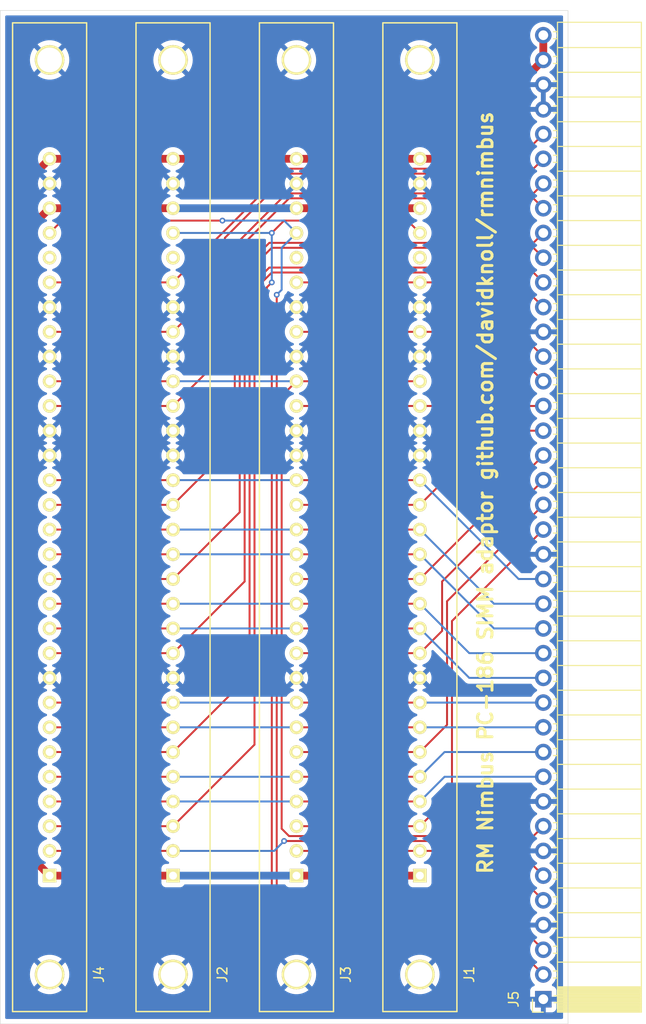
<source format=kicad_pcb>
(kicad_pcb (version 20240108) (generator "pcbnew") (generator_version "8.0")
  (title_block (title "RM Nimbus PC-186 SIMM adaptor") (date "2025-02-06") (company "David Knoll"))
  (layers (0 "F.Cu" signal) (31 "B.Cu" signal) (34 "B.Paste" user) (35 "F.Paste" user) (36 "B.SilkS" user "B.Silkscreen") (37 "F.SilkS" user "F.Silkscreen") (38 "B.Mask" user) (39 "F.Mask" user) (44 "Edge.Cuts" user))
  (net 0 "")
  (net 1 "GND")
  (net 2 "/MA3")
  (net 3 "/AD3")
  (net 4 "VCC")
  (net 5 "/MA6")
  (net 6 "/MA4")
  (net 7 "/AD5")
  (net 8 "/MA2")
  (net 9 "/AD7")
  (net 10 "/MA5")
  (net 11 "/MA8")
  (net 12 "/MA7")
  (net 13 "/~{CASL}")
  (net 14 "/AD2")
  (net 15 "/MA0")
  (net 17 "/~{WR}")
  (net 18 "/MA1")
  (net 19 "/AD6")
  (net 20 "/AD4")
  (net 21 "/AD0")
  (net 22 "/AD1")
  (net 24 "/AD10")
  (net 25 "/AD15")
  (net 26 "/AD13")
  (net 27 "/~{CASH}")
  (net 28 "/AD12")
  (net 29 "/AD11")
  (net 30 "/AD9")
  (net 31 "/AD8")
  (net 32 "/AD14")
  (net 33 "/~{RAS1B}")
  (net 34 "/~{RAS0B}")
  (footprint "Sockets:SIMM" (layer "F.Cu") (at 50.8 102.87 90)
    (property "Reference" "J4" (at -46.99 5.08 90) (layer "F.SilkS"))
    (property "Value" "SIMM 3")
    (pad "1" thru_hole rect (at -36.83 0 90) (size 1.397 1.397) (drill 0.8128) (layers "*.Cu" "*.Mask" "F.SilkS") (net 4 "VCC"))
    (pad "2" thru_hole circle (at -34.29 0 90) (size 1.397 1.397) (drill 0.8128) (layers "*.Cu" "*.Mask" "F.SilkS") (net 27 "/~{CASH}"))
    (pad "3" thru_hole circle (at -31.75 0 90) (size 1.397 1.397) (drill 0.8128) (layers "*.Cu" "*.Mask" "F.SilkS") (net 31 "/AD8"))
    (pad "4" thru_hole circle (at -29.21 0 90) (size 1.397 1.397) (drill 0.8128) (layers "*.Cu" "*.Mask" "F.SilkS") (net 15 "/MA0"))
    (pad "5" thru_hole circle (at -26.67 0 90) (size 1.397 1.397) (drill 0.8128) (layers "*.Cu" "*.Mask" "F.SilkS") (net 18 "/MA1"))
    (pad "6" thru_hole circle (at -24.13 0 90) (size 1.397 1.397) (drill 0.8128) (layers "*.Cu" "*.Mask" "F.SilkS") (net 30 "/AD9"))
    (pad "7" thru_hole circle (at -21.59 0 90) (size 1.397 1.397) (drill 0.8128) (layers "*.Cu" "*.Mask" "F.SilkS") (net 8 "/MA2"))
    (pad "8" thru_hole circle (at -19.05 0 90) (size 1.397 1.397) (drill 0.8128) (layers "*.Cu" "*.Mask" "F.SilkS") (net 2 "/MA3"))
    (pad "9" thru_hole circle (at -16.51 0 90) (size 1.397 1.397) (drill 0.8128) (layers "*.Cu" "*.Mask" "F.SilkS") (net 1 "GND"))
    (pad "10" thru_hole circle (at -13.97 0 90) (size 1.397 1.397) (drill 0.8128) (layers "*.Cu" "*.Mask" "F.SilkS") (net 24 "/AD10"))
    (pad "11" thru_hole circle (at -11.43 0 90) (size 1.397 1.397) (drill 0.8128) (layers "*.Cu" "*.Mask" "F.SilkS") (net 6 "/MA4"))
    (pad "12" thru_hole circle (at -8.89 0 90) (size 1.397 1.397) (drill 0.8128) (layers "*.Cu" "*.Mask" "F.SilkS") (net 10 "/MA5"))
    (pad "13" thru_hole circle (at -6.35 0 90) (size 1.397 1.397) (drill 0.8128) (layers "*.Cu" "*.Mask" "F.SilkS") (net 29 "/AD11"))
    (pad "14" thru_hole circle (at -3.81 0 90) (size 1.397 1.397) (drill 0.8128) (layers "*.Cu" "*.Mask" "F.SilkS") (net 5 "/MA6"))
    (pad "15" thru_hole circle (at -1.27 0 90) (size 1.397 1.397) (drill 0.8128) (layers "*.Cu" "*.Mask" "F.SilkS") (net 12 "/MA7"))
    (pad "16" thru_hole circle (at 1.27 0 90) (size 1.397 1.397) (drill 0.8128) (layers "*.Cu" "*.Mask" "F.SilkS") (net 28 "/AD12"))
    (pad "17" thru_hole circle (at 3.81 0 90) (size 1.397 1.397) (drill 0.8128) (layers "*.Cu" "*.Mask" "F.SilkS") (net 11 "/MA8"))
    (pad "18" thru_hole circle (at 6.35 0 90) (size 1.397 1.397) (drill 0.8128) (layers "*.Cu" "*.Mask" "F.SilkS") (net 1 "GND"))
    (pad "19" thru_hole circle (at 8.89 0 90) (size 1.397 1.397) (drill 0.8128) (layers "*.Cu" "*.Mask" "F.SilkS") (net 1 "GND"))
    (pad "20" thru_hole circle (at 11.43 0 90) (size 1.397 1.397) (drill 0.8128) (layers "*.Cu" "*.Mask" "F.SilkS") (net 26 "/AD13"))
    (pad "21" thru_hole circle (at 13.97 0 90) (size 1.397 1.397) (drill 0.8128) (layers "*.Cu" "*.Mask" "F.SilkS") (net 17 "/~{WR}"))
    (pad "22" thru_hole circle (at 16.51 0 90) (size 1.397 1.397) (drill 0.8128) (layers "*.Cu" "*.Mask" "F.SilkS") (net 1 "GND"))
    (pad "23" thru_hole circle (at 19.05 0 90) (size 1.397 1.397) (drill 0.8128) (layers "*.Cu" "*.Mask" "F.SilkS") (net 32 "/AD14"))
    (pad "24" thru_hole circle (at 21.59 0 90) (size 1.397 1.397) (drill 0.8128) (layers "*.Cu" "*.Mask" "F.SilkS") (net 1 "GND"))
    (pad "25" thru_hole circle (at 24.13 0 90) (size 1.397 1.397) (drill 0.8128) (layers "*.Cu" "*.Mask" "F.SilkS") (net 25 "/AD15"))
    (pad "26" thru_hole circle (at 26.67 0 90) (size 1.397 1.397) (drill 0.8128) (layers "*.Cu" "*.Mask" "F.SilkS"))
    (pad "27" thru_hole circle (at 29.21 0 90) (size 1.397 1.397) (drill 0.8128) (layers "*.Cu" "*.Mask" "F.SilkS") (net 33 "/~{RAS1B}"))
    (pad "28" thru_hole circle (at 31.75 0 90) (size 1.397 1.397) (drill 0.8128) (layers "*.Cu" "*.Mask" "F.SilkS") (net 4 "VCC"))
    (pad "29" thru_hole circle (at 34.29 0 90) (size 1.397 1.397) (drill 0.8128) (layers "*.Cu" "*.Mask" "F.SilkS") (net 1 "GND"))
    (pad "30" thru_hole circle (at 36.83 0 90) (size 1.397 1.397) (drill 0.8128) (layers "*.Cu" "*.Mask" "F.SilkS") (net 4 "VCC"))
    (pad "31" thru_hole circle (at 46.99 0 90) (size 3.048 3.048) (drill 2.54) (layers "*.Cu" "*.Mask" "F.SilkS") (net 1 "GND"))
    (pad "32" thru_hole circle (at -46.99 0 90) (size 3.048 3.048) (drill 2.54) (layers "*.Cu" "*.Mask" "F.SilkS") (net 1 "GND"))
  )
  (footprint "Connector_PinSocket_2.54mm:PinSocket_1x40_P2.54mm_Horizontal" (layer "F.Cu") (at 101.6 152.4 180)
    (property "Reference" "J5" (at 3.048 0 90) (layer "F.SilkS"))
    (property "Value" "Nimbus")
    (pad "1" thru_hole rect (at 0 0 180) (size 1.7 1.7) (drill 1) (layers "*.Cu" "*.Mask") (net 1 "GND"))
    (pad "2" thru_hole oval (at 0 2.54 180) (size 1.7 1.7) (drill 1) (layers "*.Cu" "*.Mask") (net 34 "/~{RAS0B}"))
    (pad "3" thru_hole oval (at 0 5.08 180) (size 1.7 1.7) (drill 1) (layers "*.Cu" "*.Mask") (net 33 "/~{RAS1B}"))
    (pad "4" thru_hole oval (at 0 7.62 180) (size 1.7 1.7) (drill 1) (layers "*.Cu" "*.Mask") (net 1 "GND"))
    (pad "5" thru_hole oval (at 0 10.16 180) (size 1.7 1.7) (drill 1) (layers "*.Cu" "*.Mask") (net 13 "/~{CASL}"))
    (pad "6" thru_hole oval (at 0 12.7 180) (size 1.7 1.7) (drill 1) (layers "*.Cu" "*.Mask") (net 27 "/~{CASH}"))
    (pad "7" thru_hole oval (at 0 15.24 180) (size 1.7 1.7) (drill 1) (layers "*.Cu" "*.Mask") (net 1 "GND"))
    (pad "8" thru_hole oval (at 0 17.78 180) (size 1.7 1.7) (drill 1) (layers "*.Cu" "*.Mask") (net 17 "/~{WR}"))
    (pad "9" thru_hole oval (at 0 20.32 180) (size 1.7 1.7) (drill 1) (layers "*.Cu" "*.Mask") (net 1 "GND"))
    (pad "10" thru_hole oval (at 0 22.86 180) (size 1.7 1.7) (drill 1) (layers "*.Cu" "*.Mask") (net 15 "/MA0"))
    (pad "11" thru_hole oval (at 0 25.4 180) (size 1.7 1.7) (drill 1) (layers "*.Cu" "*.Mask") (net 18 "/MA1"))
    (pad "12" thru_hole oval (at 0 27.94 180) (size 1.7 1.7) (drill 1) (layers "*.Cu" "*.Mask") (net 8 "/MA2"))
    (pad "13" thru_hole oval (at 0 30.48 180) (size 1.7 1.7) (drill 1) (layers "*.Cu" "*.Mask") (net 2 "/MA3"))
    (pad "14" thru_hole oval (at 0 33.02 180) (size 1.7 1.7) (drill 1) (layers "*.Cu" "*.Mask") (net 6 "/MA4"))
    (pad "15" thru_hole oval (at 0 35.56 180) (size 1.7 1.7) (drill 1) (layers "*.Cu" "*.Mask") (net 10 "/MA5"))
    (pad "16" thru_hole oval (at 0 38.1 180) (size 1.7 1.7) (drill 1) (layers "*.Cu" "*.Mask") (net 5 "/MA6"))
    (pad "17" thru_hole oval (at 0 40.64 180) (size 1.7 1.7) (drill 1) (layers "*.Cu" "*.Mask") (net 12 "/MA7"))
    (pad "18" thru_hole oval (at 0 43.18 180) (size 1.7 1.7) (drill 1) (layers "*.Cu" "*.Mask") (net 11 "/MA8"))
    (pad "19" thru_hole oval (at 0 45.72 180) (size 1.7 1.7) (drill 1) (layers "*.Cu" "*.Mask") (net 1 "GND"))
    (pad "20" thru_hole oval (at 0 48.26 180) (size 1.7 1.7) (drill 1) (layers "*.Cu" "*.Mask") (net 21 "/AD0"))
    (pad "21" thru_hole oval (at 0 50.8 180) (size 1.7 1.7) (drill 1) (layers "*.Cu" "*.Mask") (net 22 "/AD1"))
    (pad "22" thru_hole oval (at 0 53.34 180) (size 1.7 1.7) (drill 1) (layers "*.Cu" "*.Mask") (net 14 "/AD2"))
    (pad "23" thru_hole oval (at 0 55.88 180) (size 1.7 1.7) (drill 1) (layers "*.Cu" "*.Mask") (net 3 "/AD3"))
    (pad "24" thru_hole oval (at 0 58.42 180) (size 1.7 1.7) (drill 1) (layers "*.Cu" "*.Mask") (net 20 "/AD4"))
    (pad "25" thru_hole oval (at 0 60.96 180) (size 1.7 1.7) (drill 1) (layers "*.Cu" "*.Mask") (net 7 "/AD5"))
    (pad "26" thru_hole oval (at 0 63.5 180) (size 1.7 1.7) (drill 1) (layers "*.Cu" "*.Mask") (net 19 "/AD6"))
    (pad "27" thru_hole oval (at 0 66.04 180) (size 1.7 1.7) (drill 1) (layers "*.Cu" "*.Mask") (net 9 "/AD7"))
    (pad "28" thru_hole oval (at 0 68.58 180) (size 1.7 1.7) (drill 1) (layers "*.Cu" "*.Mask") (net 1 "GND"))
    (pad "29" thru_hole oval (at 0 71.12 180) (size 1.7 1.7) (drill 1) (layers "*.Cu" "*.Mask") (net 31 "/AD8"))
    (pad "30" thru_hole oval (at 0 73.66 180) (size 1.7 1.7) (drill 1) (layers "*.Cu" "*.Mask") (net 30 "/AD9"))
    (pad "31" thru_hole oval (at 0 76.2 180) (size 1.7 1.7) (drill 1) (layers "*.Cu" "*.Mask") (net 24 "/AD10"))
    (pad "32" thru_hole oval (at 0 78.74 180) (size 1.7 1.7) (drill 1) (layers "*.Cu" "*.Mask") (net 29 "/AD11"))
    (pad "33" thru_hole oval (at 0 81.28 180) (size 1.7 1.7) (drill 1) (layers "*.Cu" "*.Mask") (net 28 "/AD12"))
    (pad "34" thru_hole oval (at 0 83.82 180) (size 1.7 1.7) (drill 1) (layers "*.Cu" "*.Mask") (net 26 "/AD13"))
    (pad "35" thru_hole oval (at 0 86.36 180) (size 1.7 1.7) (drill 1) (layers "*.Cu" "*.Mask") (net 32 "/AD14"))
    (pad "36" thru_hole oval (at 0 88.9 180) (size 1.7 1.7) (drill 1) (layers "*.Cu" "*.Mask") (net 25 "/AD15"))
    (pad "37" thru_hole oval (at 0 91.44 180) (size 1.7 1.7) (drill 1) (layers "*.Cu" "*.Mask") (net 1 "GND"))
    (pad "38" thru_hole oval (at 0 93.98 180) (size 1.7 1.7) (drill 1) (layers "*.Cu" "*.Mask") (net 1 "GND"))
    (pad "39" thru_hole oval (at 0 96.52 180) (size 1.7 1.7) (drill 1) (layers "*.Cu" "*.Mask") (net 4 "VCC"))
    (pad "40" thru_hole oval (at 0 99.06 180) (size 1.7 1.7) (drill 1) (layers "*.Cu" "*.Mask") (net 4 "VCC"))
  )
  (footprint "Sockets:SIMM" (layer "F.Cu") (at 88.9 102.87 90)
    (property "Reference" "J1" (at -46.99 5.08 90) (layer "F.SilkS"))
    (property "Value" "SIMM 0")
    (pad "1" thru_hole rect (at -36.83 0 90) (size 1.397 1.397) (drill 0.8128) (layers "*.Cu" "*.Mask" "F.SilkS") (net 4 "VCC"))
    (pad "2" thru_hole circle (at -34.29 0 90) (size 1.397 1.397) (drill 0.8128) (layers "*.Cu" "*.Mask" "F.SilkS") (net 13 "/~{CASL}"))
    (pad "3" thru_hole circle (at -31.75 0 90) (size 1.397 1.397) (drill 0.8128) (layers "*.Cu" "*.Mask" "F.SilkS") (net 21 "/AD0"))
    (pad "4" thru_hole circle (at -29.21 0 90) (size 1.397 1.397) (drill 0.8128) (layers "*.Cu" "*.Mask" "F.SilkS") (net 15 "/MA0"))
    (pad "5" thru_hole circle (at -26.67 0 90) (size 1.397 1.397) (drill 0.8128) (layers "*.Cu" "*.Mask" "F.SilkS") (net 18 "/MA1"))
    (pad "6" thru_hole circle (at -24.13 0 90) (size 1.397 1.397) (drill 0.8128) (layers "*.Cu" "*.Mask" "F.SilkS") (net 22 "/AD1"))
    (pad "7" thru_hole circle (at -21.59 0 90) (size 1.397 1.397) (drill 0.8128) (layers "*.Cu" "*.Mask" "F.SilkS") (net 8 "/MA2"))
    (pad "8" thru_hole circle (at -19.05 0 90) (size 1.397 1.397) (drill 0.8128) (layers "*.Cu" "*.Mask" "F.SilkS") (net 2 "/MA3"))
    (pad "9" thru_hole circle (at -16.51 0 90) (size 1.397 1.397) (drill 0.8128) (layers "*.Cu" "*.Mask" "F.SilkS") (net 1 "GND"))
    (pad "10" thru_hole circle (at -13.97 0 90) (size 1.397 1.397) (drill 0.8128) (layers "*.Cu" "*.Mask" "F.SilkS") (net 14 "/AD2"))
    (pad "11" thru_hole circle (at -11.43 0 90) (size 1.397 1.397) (drill 0.8128) (layers "*.Cu" "*.Mask" "F.SilkS") (net 6 "/MA4"))
    (pad "12" thru_hole circle (at -8.89 0 90) (size 1.397 1.397) (drill 0.8128) (layers "*.Cu" "*.Mask" "F.SilkS") (net 10 "/MA5"))
    (pad "13" thru_hole circle (at -6.35 0 90) (size 1.397 1.397) (drill 0.8128) (layers "*.Cu" "*.Mask" "F.SilkS") (net 3 "/AD3"))
    (pad "14" thru_hole circle (at -3.81 0 90) (size 1.397 1.397) (drill 0.8128) (layers "*.Cu" "*.Mask" "F.SilkS") (net 5 "/MA6"))
    (pad "15" thru_hole circle (at -1.27 0 90) (size 1.397 1.397) (drill 0.8128) (layers "*.Cu" "*.Mask" "F.SilkS") (net 12 "/MA7"))
    (pad "16" thru_hole circle (at 1.27 0 90) (size 1.397 1.397) (drill 0.8128) (layers "*.Cu" "*.Mask" "F.SilkS") (net 20 "/AD4"))
    (pad "17" thru_hole circle (at 3.81 0 90) (size 1.397 1.397) (drill 0.8128) (layers "*.Cu" "*.Mask" "F.SilkS") (net 11 "/MA8"))
    (pad "18" thru_hole circle (at 6.35 0 90) (size 1.397 1.397) (drill 0.8128) (layers "*.Cu" "*.Mask" "F.SilkS") (net 1 "GND"))
    (pad "19" thru_hole circle (at 8.89 0 90) (size 1.397 1.397) (drill 0.8128) (layers "*.Cu" "*.Mask" "F.SilkS") (net 1 "GND"))
    (pad "20" thru_hole circle (at 11.43 0 90) (size 1.397 1.397) (drill 0.8128) (layers "*.Cu" "*.Mask" "F.SilkS") (net 7 "/AD5"))
    (pad "21" thru_hole circle (at 13.97 0 90) (size 1.397 1.397) (drill 0.8128) (layers "*.Cu" "*.Mask" "F.SilkS") (net 17 "/~{WR}"))
    (pad "22" thru_hole circle (at 16.51 0 90) (size 1.397 1.397) (drill 0.8128) (layers "*.Cu" "*.Mask" "F.SilkS") (net 1 "GND"))
    (pad "23" thru_hole circle (at 19.05 0 90) (size 1.397 1.397) (drill 0.8128) (layers "*.Cu" "*.Mask" "F.SilkS") (net 19 "/AD6"))
    (pad "24" thru_hole circle (at 21.59 0 90) (size 1.397 1.397) (drill 0.8128) (layers "*.Cu" "*.Mask" "F.SilkS") (net 1 "GND"))
    (pad "25" thru_hole circle (at 24.13 0 90) (size 1.397 1.397) (drill 0.8128) (layers "*.Cu" "*.Mask" "F.SilkS") (net 9 "/AD7"))
    (pad "26" thru_hole circle (at 26.67 0 90) (size 1.397 1.397) (drill 0.8128) (layers "*.Cu" "*.Mask" "F.SilkS"))
    (pad "27" thru_hole circle (at 29.21 0 90) (size 1.397 1.397) (drill 0.8128) (layers "*.Cu" "*.Mask" "F.SilkS") (net 34 "/~{RAS0B}"))
    (pad "28" thru_hole circle (at 31.75 0 90) (size 1.397 1.397) (drill 0.8128) (layers "*.Cu" "*.Mask" "F.SilkS") (net 4 "VCC"))
    (pad "29" thru_hole circle (at 34.29 0 90) (size 1.397 1.397) (drill 0.8128) (layers "*.Cu" "*.Mask" "F.SilkS") (net 1 "GND"))
    (pad "30" thru_hole circle (at 36.83 0 90) (size 1.397 1.397) (drill 0.8128) (layers "*.Cu" "*.Mask" "F.SilkS") (net 4 "VCC"))
    (pad "31" thru_hole circle (at 46.99 0 90) (size 3.048 3.048) (drill 2.54) (layers "*.Cu" "*.Mask" "F.SilkS") (net 1 "GND"))
    (pad "32" thru_hole circle (at -46.99 0 90) (size 3.048 3.048) (drill 2.54) (layers "*.Cu" "*.Mask" "F.SilkS") (net 1 "GND"))
  )
  (footprint "Sockets:SIMM" (layer "F.Cu") (at 63.5 102.87 90)
    (property "Reference" "J2" (at -46.99 5.08 90) (layer "F.SilkS"))
    (property "Value" "SIMM 1")
    (pad "1" thru_hole rect (at -36.83 0 90) (size 1.397 1.397) (drill 0.8128) (layers "*.Cu" "*.Mask" "F.SilkS") (net 4 "VCC"))
    (pad "2" thru_hole circle (at -34.29 0 90) (size 1.397 1.397) (drill 0.8128) (layers "*.Cu" "*.Mask" "F.SilkS") (net 27 "/~{CASH}"))
    (pad "3" thru_hole circle (at -31.75 0 90) (size 1.397 1.397) (drill 0.8128) (layers "*.Cu" "*.Mask" "F.SilkS") (net 31 "/AD8"))
    (pad "4" thru_hole circle (at -29.21 0 90) (size 1.397 1.397) (drill 0.8128) (layers "*.Cu" "*.Mask" "F.SilkS") (net 15 "/MA0"))
    (pad "5" thru_hole circle (at -26.67 0 90) (size 1.397 1.397) (drill 0.8128) (layers "*.Cu" "*.Mask" "F.SilkS") (net 18 "/MA1"))
    (pad "6" thru_hole circle (at -24.13 0 90) (size 1.397 1.397) (drill 0.8128) (layers "*.Cu" "*.Mask" "F.SilkS") (net 30 "/AD9"))
    (pad "7" thru_hole circle (at -21.59 0 90) (size 1.397 1.397) (drill 0.8128) (layers "*.Cu" "*.Mask" "F.SilkS") (net 8 "/MA2"))
    (pad "8" thru_hole circle (at -19.05 0 90) (size 1.397 1.397) (drill 0.8128) (layers "*.Cu" "*.Mask" "F.SilkS") (net 2 "/MA3"))
    (pad "9" thru_hole circle (at -16.51 0 90) (size 1.397 1.397) (drill 0.8128) (layers "*.Cu" "*.Mask" "F.SilkS") (net 1 "GND"))
    (pad "10" thru_hole circle (at -13.97 0 90) (size 1.397 1.397) (drill 0.8128) (layers "*.Cu" "*.Mask" "F.SilkS") (net 24 "/AD10"))
    (pad "11" thru_hole circle (at -11.43 0 90) (size 1.397 1.397) (drill 0.8128) (layers "*.Cu" "*.Mask" "F.SilkS") (net 6 "/MA4"))
    (pad "12" thru_hole circle (at -8.89 0 90) (size 1.397 1.397) (drill 0.8128) (layers "*.Cu" "*.Mask" "F.SilkS") (net 10 "/MA5"))
    (pad "13" thru_hole circle (at -6.35 0 90) (size 1.397 1.397) (drill 0.8128) (layers "*.Cu" "*.Mask" "F.SilkS") (net 29 "/AD11"))
    (pad "14" thru_hole circle (at -3.81 0 90) (size 1.397 1.397) (drill 0.8128) (layers "*.Cu" "*.Mask" "F.SilkS") (net 5 "/MA6"))
    (pad "15" thru_hole circle (at -1.27 0 90) (size 1.397 1.397) (drill 0.8128) (layers "*.Cu" "*.Mask" "F.SilkS") (net 12 "/MA7"))
    (pad "16" thru_hole circle (at 1.27 0 90) (size 1.397 1.397) (drill 0.8128) (layers "*.Cu" "*.Mask" "F.SilkS") (net 28 "/AD12"))
    (pad "17" thru_hole circle (at 3.81 0 90) (size 1.397 1.397) (drill 0.8128) (layers "*.Cu" "*.Mask" "F.SilkS") (net 11 "/MA8"))
    (pad "18" thru_hole circle (at 6.35 0 90) (size 1.397 1.397) (drill 0.8128) (layers "*.Cu" "*.Mask" "F.SilkS") (net 1 "GND"))
    (pad "19" thru_hole circle (at 8.89 0 90) (size 1.397 1.397) (drill 0.8128) (layers "*.Cu" "*.Mask" "F.SilkS") (net 1 "GND"))
    (pad "20" thru_hole circle (at 11.43 0 90) (size 1.397 1.397) (drill 0.8128) (layers "*.Cu" "*.Mask" "F.SilkS") (net 26 "/AD13"))
    (pad "21" thru_hole circle (at 13.97 0 90) (size 1.397 1.397) (drill 0.8128) (layers "*.Cu" "*.Mask" "F.SilkS") (net 17 "/~{WR}"))
    (pad "22" thru_hole circle (at 16.51 0 90) (size 1.397 1.397) (drill 0.8128) (layers "*.Cu" "*.Mask" "F.SilkS") (net 1 "GND"))
    (pad "23" thru_hole circle (at 19.05 0 90) (size 1.397 1.397) (drill 0.8128) (layers "*.Cu" "*.Mask" "F.SilkS") (net 32 "/AD14"))
    (pad "24" thru_hole circle (at 21.59 0 90) (size 1.397 1.397) (drill 0.8128) (layers "*.Cu" "*.Mask" "F.SilkS") (net 1 "GND"))
    (pad "25" thru_hole circle (at 24.13 0 90) (size 1.397 1.397) (drill 0.8128) (layers "*.Cu" "*.Mask" "F.SilkS") (net 25 "/AD15"))
    (pad "26" thru_hole circle (at 26.67 0 90) (size 1.397 1.397) (drill 0.8128) (layers "*.Cu" "*.Mask" "F.SilkS"))
    (pad "27" thru_hole circle (at 29.21 0 90) (size 1.397 1.397) (drill 0.8128) (layers "*.Cu" "*.Mask" "F.SilkS") (net 34 "/~{RAS0B}"))
    (pad "28" thru_hole circle (at 31.75 0 90) (size 1.397 1.397) (drill 0.8128) (layers "*.Cu" "*.Mask" "F.SilkS") (net 4 "VCC"))
    (pad "29" thru_hole circle (at 34.29 0 90) (size 1.397 1.397) (drill 0.8128) (layers "*.Cu" "*.Mask" "F.SilkS") (net 1 "GND"))
    (pad "30" thru_hole circle (at 36.83 0 90) (size 1.397 1.397) (drill 0.8128) (layers "*.Cu" "*.Mask" "F.SilkS") (net 4 "VCC"))
    (pad "31" thru_hole circle (at 46.99 0 90) (size 3.048 3.048) (drill 2.54) (layers "*.Cu" "*.Mask" "F.SilkS") (net 1 "GND"))
    (pad "32" thru_hole circle (at -46.99 0 90) (size 3.048 3.048) (drill 2.54) (layers "*.Cu" "*.Mask" "F.SilkS") (net 1 "GND"))
  )
  (footprint "Sockets:SIMM" (layer "F.Cu") (at 76.2 102.87 90)
    (property "Reference" "J3" (at -46.99 5.08 90) (layer "F.SilkS"))
    (property "Value" "SIMM 2")
    (pad "1" thru_hole rect (at -36.83 0 90) (size 1.397 1.397) (drill 0.8128) (layers "*.Cu" "*.Mask" "F.SilkS") (net 4 "VCC"))
    (pad "2" thru_hole circle (at -34.29 0 90) (size 1.397 1.397) (drill 0.8128) (layers "*.Cu" "*.Mask" "F.SilkS") (net 13 "/~{CASL}"))
    (pad "3" thru_hole circle (at -31.75 0 90) (size 1.397 1.397) (drill 0.8128) (layers "*.Cu" "*.Mask" "F.SilkS") (net 21 "/AD0"))
    (pad "4" thru_hole circle (at -29.21 0 90) (size 1.397 1.397) (drill 0.8128) (layers "*.Cu" "*.Mask" "F.SilkS") (net 15 "/MA0"))
    (pad "5" thru_hole circle (at -26.67 0 90) (size 1.397 1.397) (drill 0.8128) (layers "*.Cu" "*.Mask" "F.SilkS") (net 18 "/MA1"))
    (pad "6" thru_hole circle (at -24.13 0 90) (size 1.397 1.397) (drill 0.8128) (layers "*.Cu" "*.Mask" "F.SilkS") (net 22 "/AD1"))
    (pad "7" thru_hole circle (at -21.59 0 90) (size 1.397 1.397) (drill 0.8128) (layers "*.Cu" "*.Mask" "F.SilkS") (net 8 "/MA2"))
    (pad "8" thru_hole circle (at -19.05 0 90) (size 1.397 1.397) (drill 0.8128) (layers "*.Cu" "*.Mask" "F.SilkS") (net 2 "/MA3"))
    (pad "9" thru_hole circle (at -16.51 0 90) (size 1.397 1.397) (drill 0.8128) (layers "*.Cu" "*.Mask" "F.SilkS") (net 1 "GND"))
    (pad "10" thru_hole circle (at -13.97 0 90) (size 1.397 1.397) (drill 0.8128) (layers "*.Cu" "*.Mask" "F.SilkS") (net 14 "/AD2"))
    (pad "11" thru_hole circle (at -11.43 0 90) (size 1.397 1.397) (drill 0.8128) (layers "*.Cu" "*.Mask" "F.SilkS") (net 6 "/MA4"))
    (pad "12" thru_hole circle (at -8.89 0 90) (size 1.397 1.397) (drill 0.8128) (layers "*.Cu" "*.Mask" "F.SilkS") (net 10 "/MA5"))
    (pad "13" thru_hole circle (at -6.35 0 90) (size 1.397 1.397) (drill 0.8128) (layers "*.Cu" "*.Mask" "F.SilkS") (net 3 "/AD3"))
    (pad "14" thru_hole circle (at -3.81 0 90) (size 1.397 1.397) (drill 0.8128) (layers "*.Cu" "*.Mask" "F.SilkS") (net 5 "/MA6"))
    (pad "15" thru_hole circle (at -1.27 0 90) (size 1.397 1.397) (drill 0.8128) (layers "*.Cu" "*.Mask" "F.SilkS") (net 12 "/MA7"))
    (pad "16" thru_hole circle (at 1.27 0 90) (size 1.397 1.397) (drill 0.8128) (layers "*.Cu" "*.Mask" "F.SilkS") (net 20 "/AD4"))
    (pad "17" thru_hole circle (at 3.81 0 90) (size 1.397 1.397) (drill 0.8128) (layers "*.Cu" "*.Mask" "F.SilkS") (net 11 "/MA8"))
    (pad "18" thru_hole circle (at 6.35 0 90) (size 1.397 1.397) (drill 0.8128) (layers "*.Cu" "*.Mask" "F.SilkS") (net 1 "GND"))
    (pad "19" thru_hole circle (at 8.89 0 90) (size 1.397 1.397) (drill 0.8128) (layers "*.Cu" "*.Mask" "F.SilkS") (net 1 "GND"))
    (pad "20" thru_hole circle (at 11.43 0 90) (size 1.397 1.397) (drill 0.8128) (layers "*.Cu" "*.Mask" "F.SilkS") (net 7 "/AD5"))
    (pad "21" thru_hole circle (at 13.97 0 90) (size 1.397 1.397) (drill 0.8128) (layers "*.Cu" "*.Mask" "F.SilkS") (net 17 "/~{WR}"))
    (pad "22" thru_hole circle (at 16.51 0 90) (size 1.397 1.397) (drill 0.8128) (layers "*.Cu" "*.Mask" "F.SilkS") (net 1 "GND"))
    (pad "23" thru_hole circle (at 19.05 0 90) (size 1.397 1.397) (drill 0.8128) (layers "*.Cu" "*.Mask" "F.SilkS") (net 19 "/AD6"))
    (pad "24" thru_hole circle (at 21.59 0 90) (size 1.397 1.397) (drill 0.8128) (layers "*.Cu" "*.Mask" "F.SilkS") (net 1 "GND"))
    (pad "25" thru_hole circle (at 24.13 0 90) (size 1.397 1.397) (drill 0.8128) (layers "*.Cu" "*.Mask" "F.SilkS") (net 9 "/AD7"))
    (pad "26" thru_hole circle (at 26.67 0 90) (size 1.397 1.397) (drill 0.8128) (layers "*.Cu" "*.Mask" "F.SilkS"))
    (pad "27" thru_hole circle (at 29.21 0 90) (size 1.397 1.397) (drill 0.8128) (layers "*.Cu" "*.Mask" "F.SilkS") (net 33 "/~{RAS1B}"))
    (pad "28" thru_hole circle (at 31.75 0 90) (size 1.397 1.397) (drill 0.8128) (layers "*.Cu" "*.Mask" "F.SilkS") (net 4 "VCC"))
    (pad "29" thru_hole circle (at 34.29 0 90) (size 1.397 1.397) (drill 0.8128) (layers "*.Cu" "*.Mask" "F.SilkS") (net 1 "GND"))
    (pad "30" thru_hole circle (at 36.83 0 90) (size 1.397 1.397) (drill 0.8128) (layers "*.Cu" "*.Mask" "F.SilkS") (net 4 "VCC"))
    (pad "31" thru_hole circle (at 46.99 0 90) (size 3.048 3.048) (drill 2.54) (layers "*.Cu" "*.Mask" "F.SilkS") (net 1 "GND"))
    (pad "32" thru_hole circle (at -46.99 0 90) (size 3.048 3.048) (drill 2.54) (layers "*.Cu" "*.Mask" "F.SilkS") (net 1 "GND"))
  )
  (gr_rect (start 45.72 50.8) (end 104.14 154.94) (stroke (width 0.05)) (fill none) (layer "Edge.Cuts"))
  (gr_text "RM Nimbus PC-186 SIMM adaptor github.com/davidknoll/rmnimbus" (at 96.52 139.7 90) (layer "F.SilkS") (effects (font (size 1.5 1.5) (thickness 0.3) (bold yes)) (justify left bottom)))
  (segment (start 50.8 121.92) (end 63.5 121.92) (width 0.2) (layer "F.Cu") (net 2))
  (segment (start 76.2 121.92) (end 88.9 121.92) (width 0.2) (layer "F.Cu") (net 2))
  (segment (start 63.5 121.92) (end 76.2 121.92) (width 0.2) (layer "B.Cu") (net 2))
  (segment (start 101.6 121.92) (end 88.9 121.92) (width 0.2) (layer "B.Cu") (net 2))
  (segment (start 101.6 96.52) (end 88.9 109.22) (width 0.2) (layer "F.Cu") (net 3))
  (segment (start 76.2 109.22) (end 88.9 109.22) (width 0.2) (layer "F.Cu") (net 3))
  (segment (start 91.44 66.04) (end 101.6 55.88) (width 0.8) (layer "F.Cu") (net 4))
  (segment (start 48.26 137.16) (end 48.26 73.66) (width 0.8) (layer "F.Cu") (net 4))
  (segment (start 63.5 66.04) (end 76.2 66.04) (width 0.8) (layer "F.Cu") (net 4))
  (segment (start 88.9 66.04) (end 91.44 66.04) (width 0.8) (layer "F.Cu") (net 4))
  (segment (start 88.9 139.7) (end 76.2 139.7) (width 0.8) (layer "F.Cu") (net 4))
  (segment (start 63.5 139.7) (end 50.8 139.7) (width 0.8) (layer "F.Cu") (net 4))
  (segment (start 50.8 66.04) (end 48.26 68.58) (width 0.8) (layer "F.Cu") (net 4))
  (segment (start 48.26 73.66) (end 48.26 68.58) (width 0.8) (layer "F.Cu") (net 4))
  (segment (start 101.6 53.34) (end 101.6 55.88) (width 0.8) (layer "F.Cu") (net 4))
  (segment (start 50.8 139.7) (end 48.26 137.16) (width 0.8) (layer "F.Cu") (net 4))
  (segment (start 50.8 66.04) (end 63.5 66.04) (width 0.8) (layer "F.Cu") (net 4))
  (segment (start 63.5 71.12) (end 50.8 71.12) (width 0.8) (layer "F.Cu") (net 4))
  (segment (start 88.9 71.12) (end 76.2 71.12) (width 0.8) (layer "F.Cu") (net 4))
  (segment (start 50.8 71.12) (end 48.26 73.66) (width 0.8) (layer "F.Cu") (net 4))
  (segment (start 76.2 66.04) (end 88.9 66.04) (width 0.8) (layer "F.Cu") (net 4))
  (segment (start 76.2 71.12) (end 63.5 71.12) (width 0.8) (layer "B.Cu") (net 4))
  (segment (start 76.2 139.7) (end 63.5 139.7) (width 0.8) (layer "B.Cu") (net 4))
  (segment (start 50.8 106.68) (end 63.5 106.68) (width 0.2) (layer "F.Cu") (net 5))
  (segment (start 76.2 106.68) (end 88.9 106.68) (width 0.2) (layer "F.Cu") (net 5))
  (segment (start 96.52 114.3) (end 101.6 114.3) (width 0.2) (layer "B.Cu") (net 5))
  (segment (start 63.5 106.68) (end 76.2 106.68) (width 0.2) (layer "B.Cu") (net 5))
  (segment (start 88.9 106.68) (end 96.52 114.3) (width 0.2) (layer "B.Cu") (net 5))
  (segment (start 76.2 114.3) (end 88.9 114.3) (width 0.2) (layer "F.Cu") (net 6))
  (segment (start 50.8 114.3) (end 63.5 114.3) (width 0.2) (layer "F.Cu") (net 6))
  (segment (start 101.6 119.38) (end 93.98 119.38) (width 0.2) (layer "B.Cu") (net 6))
  (segment (start 63.5 114.3) (end 76.2 114.3) (width 0.2) (layer "B.Cu") (net 6))
  (segment (start 93.98 119.38) (end 88.9 114.3) (width 0.2) (layer "B.Cu") (net 6))
  (segment (start 88.9 91.44) (end 101.6 91.44) (width 0.2) (layer "F.Cu") (net 7))
  (segment (start 76.2 91.44) (end 88.9 91.44) (width 0.2) (layer "F.Cu") (net 7))
  (segment (start 50.8 124.46) (end 63.5 124.46) (width 0.2) (layer "F.Cu") (net 8))
  (segment (start 76.2 124.46) (end 88.9 124.46) (width 0.2) (layer "F.Cu") (net 8))
  (segment (start 101.6 124.46) (end 88.9 124.46) (width 0.2) (layer "B.Cu") (net 8))
  (segment (start 63.5 124.46) (end 76.2 124.46) (width 0.2) (layer "B.Cu") (net 8))
  (segment (start 93.98 78.74) (end 101.6 86.36) (width 0.2) (layer "F.Cu") (net 9))
  (segment (start 88.9 78.74) (end 93.98 78.74) (width 0.2) (layer "F.Cu") (net 9))
  (segment (start 76.2 78.74) (end 88.9 78.74) (width 0.2) (layer "F.Cu") (net 9))
  (segment (start 76.2 111.76) (end 88.9 111.76) (width 0.2) (layer "F.Cu") (net 10))
  (segment (start 50.8 111.76) (end 63.5 111.76) (width 0.2) (layer "F.Cu") (net 10))
  (segment (start 63.5 111.76) (end 76.2 111.76) (width 0.2) (layer "B.Cu") (net 10))
  (segment (start 88.9 111.76) (end 93.98 116.84) (width 0.2) (layer "B.Cu") (net 10))
  (segment (start 93.98 116.84) (end 101.6 116.84) (width 0.2) (layer "B.Cu") (net 10))
  (segment (start 76.2 99.06) (end 88.9 99.06) (width 0.2) (layer "F.Cu") (net 11))
  (segment (start 50.8 99.06) (end 63.5 99.06) (width 0.2) (layer "F.Cu") (net 11))
  (segment (start 99.06 109.22) (end 101.6 109.22) (width 0.2) (layer "B.Cu") (net 11))
  (segment (start 88.9 99.06) (end 99.06 109.22) (width 0.2) (layer "B.Cu") (net 11))
  (segment (start 63.5 99.06) (end 76.2 99.06) (width 0.2) (layer "B.Cu") (net 11))
  (segment (start 76.2 104.14) (end 88.9 104.14) (width 0.2) (layer "F.Cu") (net 12))
  (segment (start 50.8 104.14) (end 63.5 104.14) (width 0.2) (layer "F.Cu") (net 12))
  (segment (start 63.5 104.14) (end 76.2 104.14) (width 0.2) (layer "B.Cu") (net 12))
  (segment (start 101.6 111.76) (end 96.52 111.76) (width 0.2) (layer "B.Cu") (net 12))
  (segment (start 96.52 111.76) (end 88.9 104.14) (width 0.2) (layer "B.Cu") (net 12))
  (segment (start 96.52 137.16) (end 88.9 137.16) (width 0.2) (layer "F.Cu") (net 13))
  (segment (start 101.6 142.24) (end 96.52 137.16) (width 0.2) (layer "F.Cu") (net 13))
  (segment (start 76.2 137.16) (end 88.9 137.16) (width 0.2) (layer "F.Cu") (net 13))
  (segment (start 76.2 116.84) (end 88.9 116.84) (width 0.2) (layer "F.Cu") (net 14))
  (segment (start 101.6 99.06) (end 91.186 109.474) (width 0.2) (layer "F.Cu") (net 14))
  (segment (start 91.186 109.474) (end 91.186 114.554) (width 0.2) (layer "F.Cu") (net 14))
  (segment (start 91.186 114.554) (end 88.9 116.84) (width 0.2) (layer "F.Cu") (net 14))
  (segment (start 76.2 132.08) (end 88.9 132.08) (width 0.2) (layer "F.Cu") (net 15))
  (segment (start 50.8 132.08) (end 63.5 132.08) (width 0.2) (layer "F.Cu") (net 15))
  (segment (start 101.6 129.54) (end 91.44 129.54) (width 0.2) (layer "B.Cu") (net 15))
  (segment (start 91.44 129.54) (end 88.9 132.08) (width 0.2) (layer "B.Cu") (net 15))
  (segment (start 63.5 132.08) (end 76.2 132.08) (width 0.2) (layer "B.Cu") (net 15))
  (segment (start 50.8 88.9) (end 63.5 88.9) (width 0.2) (layer "F.Cu") (net 17))
  (segment (start 76.2 88.9) (end 88.9 88.9) (width 0.2) (layer "F.Cu") (net 17))
  (segment (start 100.584 135.636) (end 101.6 134.62) (width 0.2) (layer "F.Cu") (net 17))
  (segment (start 75.438 135.636) (end 100.584 135.636) (width 0.2) (layer "F.Cu") (net 17))
  (segment (start 74.676 134.874) (end 75.438 135.636) (width 0.2) (layer "F.Cu") (net 17))
  (segment (start 74.676 90.424) (end 74.676 134.874) (width 0.2) (layer "F.Cu") (net 17))
  (segment (start 76.2 88.9) (end 74.676 90.424) (width 0.2) (layer "F.Cu") (net 17))
  (segment (start 63.5 88.9) (end 76.2 88.9) (width 0.2) (layer "B.Cu") (net 17))
  (segment (start 63.5 129.54) (end 50.8 129.54) (width 0.2) (layer "F.Cu") (net 18))
  (segment (start 88.9 129.54) (end 76.2 129.54) (width 0.2) (layer "F.Cu") (net 18))
  (segment (start 101.6 127) (end 91.44 127) (width 0.2) (layer "B.Cu") (net 18))
  (segment (start 63.5 129.54) (end 76.2 129.54) (width 0.2) (layer "B.Cu") (net 18))
  (segment (start 91.44 127) (end 88.9 129.54) (width 0.2) (layer "B.Cu") (net 18))
  (segment (start 76.2 83.82) (end 88.9 83.82) (width 0.2) (layer "F.Cu") (net 19))
  (segment (start 96.52 83.82) (end 101.6 88.9) (width 0.2) (layer "F.Cu") (net 19))
  (segment (start 88.9 83.82) (end 96.52 83.82) (width 0.2) (layer "F.Cu") (net 19))
  (segment (start 76.2 101.6) (end 88.9 101.6) (width 0.2) (layer "F.Cu") (net 20))
  (segment (start 96.52 93.98) (end 88.9 101.6) (width 0.2) (layer "F.Cu") (net 20))
  (segment (start 101.6 93.98) (end 96.52 93.98) (width 0.2) (layer "F.Cu") (net 20))
  (segment (start 88.9 134.62) (end 92.202 131.318) (width 0.2) (layer "F.Cu") (net 21))
  (segment (start 92.202 131.318) (end 92.202 113.538) (width 0.2) (layer "F.Cu") (net 21))
  (segment (start 76.2 134.62) (end 88.9 134.62) (width 0.2) (layer "F.Cu") (net 21))
  (segment (start 92.202 113.538) (end 101.6 104.14) (width 0.2) (layer "F.Cu") (net 21))
  (segment (start 91.694 124.206) (end 88.9 127) (width 0.2) (layer "F.Cu") (net 22))
  (segment (start 101.6 101.6) (end 91.694 111.506) (width 0.2) (layer "F.Cu") (net 22))
  (segment (start 91.694 111.506) (end 91.694 124.206) (width 0.2) (layer "F.Cu") (net 22))
  (segment (start 76.2 127) (end 88.9 127) (width 0.2) (layer "F.Cu") (net 22))
  (segment (start 50.8 116.84) (end 63.5 116.84) (width 0.2) (layer "F.Cu") (net 24))
  (segment (start 100.584 75.184) (end 73.66 75.184) (width 0.2) (layer "F.Cu") (net 24))
  (segment (start 70.866 77.978) (end 70.866 109.474) (width 0.2) (layer "F.Cu") (net 24))
  (segment (start 73.66 75.184) (end 70.866 77.978) (width 0.2) (layer "F.Cu") (net 24))
  (segment (start 70.866 109.474) (end 63.5 116.84) (width 0.2) (layer "F.Cu") (net 24))
  (segment (start 101.6 76.2) (end 100.584 75.184) (width 0.2) (layer "F.Cu") (net 24))
  (segment (start 50.8 78.74) (end 63.5 78.74) (width 0.2) (layer "F.Cu") (net 25))
  (segment (start 75.184 67.056) (end 63.5 78.74) (width 0.2) (layer "F.Cu") (net 25))
  (segment (start 101.6 63.5) (end 98.044 67.056) (width 0.2) (layer "F.Cu") (net 25))
  (segment (start 98.044 67.056) (end 75.184 67.056) (width 0.2) (layer "F.Cu") (net 25))
  (segment (start 69.342 85.598) (end 63.5 91.44) (width 0.2) (layer "F.Cu") (net 26))
  (segment (start 69.342 75.438) (end 69.342 85.598) (width 0.2) (layer "F.Cu") (net 26))
  (segment (start 75.184 69.596) (end 69.342 75.438) (width 0.2) (layer "F.Cu") (net 26))
  (segment (start 100.584 69.596) (end 75.184 69.596) (width 0.2) (layer "F.Cu") (net 26))
  (segment (start 50.8 91.44) (end 63.5 91.44) (width 0.2) (layer "F.Cu") (net 26))
  (segment (start 101.6 68.58) (end 100.584 69.596) (width 0.2) (layer "F.Cu") (net 26))
  (segment (start 98.044 136.144) (end 101.6 139.7) (width 0.2) (layer "F.Cu") (net 27))
  (segment (start 74.93 136.144) (end 98.044 136.144) (width 0.2) (layer "F.Cu") (net 27))
  (segment (start 50.8 137.16) (end 63.5 137.16) (width 0.2) (layer "F.Cu") (net 27))
  (via (at 74.93 136.144) (size 0.6) (drill 0.3) (layers "F.Cu" "B.Cu") (net 27))
  (segment (start 73.914 137.16) (end 63.5 137.16) (width 0.2) (layer "B.Cu") (net 27))
  (segment (start 74.93 136.144) (end 73.914 137.16) (width 0.2) (layer "B.Cu") (net 27))
  (segment (start 100.584 70.104) (end 75.438 70.104) (width 0.2) (layer "F.Cu") (net 28))
  (segment (start 101.6 71.12) (end 100.584 70.104) (width 0.2) (layer "F.Cu") (net 28))
  (segment (start 50.8 101.6) (end 63.5 101.6) (width 0.2) (layer "F.Cu") (net 28))
  (segment (start 69.85 75.692) (end 69.85 95.25) (width 0.2) (layer "F.Cu") (net 28))
  (segment (start 69.85 95.25) (end 63.5 101.6) (width 0.2) (layer "F.Cu") (net 28))
  (segment (start 75.438 70.104) (end 69.85 75.692) (width 0.2) (layer "F.Cu") (net 28))
  (segment (start 73.406 74.676) (end 70.358 77.724) (width 0.2) (layer "F.Cu") (net 29))
  (segment (start 50.8 109.22) (end 63.5 109.22) (width 0.2) (layer "F.Cu") (net 29))
  (segment (start 70.358 77.724) (end 70.358 102.362) (width 0.2) (layer "F.Cu") (net 29))
  (segment (start 101.6 73.66) (end 100.584 74.676) (width 0.2) (layer "F.Cu") (net 29))
  (segment (start 100.584 74.676) (end 73.406 74.676) (width 0.2) (layer "F.Cu") (net 29))
  (segment (start 70.358 102.362) (end 63.5 109.22) (width 0.2) (layer "F.Cu") (net 29))
  (segment (start 50.8 127) (end 63.5 127) (width 0.2) (layer "F.Cu") (net 30))
  (segment (start 71.374 79.248) (end 73.406 77.216) (width 0.2) (layer "F.Cu") (net 30))
  (segment (start 63.5 127) (end 71.374 119.126) (width 0.2) (layer "F.Cu") (net 30))
  (segment (start 71.374 119.126) (end 71.374 79.248) (width 0.2) (layer "F.Cu") (net 30))
  (segment (start 73.406 77.216) (end 100.076 77.216) (width 0.2) (layer "F.Cu") (net 30))
  (segment (start 100.076 77.216) (end 101.6 78.74) (width 0.2) (layer "F.Cu") (net 30))
  (segment (start 98.044 77.724) (end 101.6 81.28) (width 0.2) (layer "F.Cu") (net 31))
  (segment (start 73.66 77.724) (end 98.044 77.724) (width 0.2) (layer "F.Cu") (net 31))
  (segment (start 50.8 134.62) (end 63.5 134.62) (width 0.2) (layer "F.Cu") (net 31))
  (segment (start 71.882 126.238) (end 71.882 79.502) (width 0.2) (layer "F.Cu") (net 31))
  (segment (start 63.5 134.62) (end 71.882 126.238) (width 0.2) (layer "F.Cu") (net 31))
  (segment (start 71.882 79.502) (end 73.66 77.724) (width 0.2) (layer "F.Cu") (net 31))
  (segment (start 68.834 74.168) (end 68.834 78.486) (width 0.2) (layer "F.Cu") (net 32))
  (segment (start 50.8 83.82) (end 63.5 83.82) (width 0.2) (layer "F.Cu") (net 32))
  (segment (start 68.834 78.486) (end 63.5 83.82) (width 0.2) (layer "F.Cu") (net 32))
  (segment (start 100.076 67.564) (end 75.438 67.564) (width 0.2) (layer "F.Cu") (net 32))
  (segment (start 75.438 67.564) (end 68.834 74.168) (width 0.2) (layer "F.Cu") (net 32))
  (segment (start 101.6 66.04) (end 100.076 67.564) (width 0.2) (layer "F.Cu") (net 32))
  (segment (start 101.57 147.29) (end 101.6 147.32) (width 0.2) (layer "F.Cu") (net 33))
  (segment (start 74.168 80.01) (end 74.168 141.478) (width 0.2) (layer "F.Cu") (net 33))
  (segment (start 101.346 147.32) (end 101.286 147.26) (width 0.2) (layer "F.Cu") (net 33))
  (segment (start 74.93 142.24) (end 96.52 142.24) (width 0.2) (layer "F.Cu") (net 33))
  (segment (start 52.07 72.39) (end 68.58 72.39) (width 0.2) (layer "F.Cu") (net 33))
  (segment (start 96.52 142.24) (end 101.6 147.32) (width 0.2) (layer "F.Cu") (net 33))
  (segment (start 74.168 141.478) (end 74.93 142.24) (width 0.2) (layer "F.Cu") (net 33))
  (segment (start 50.8 73.66) (end 52.07 72.39) (width 0.2) (layer "F.Cu") (net 33))
  (segment (start 101.6 147.32) (end 101.346 147.32) (width 0.2) (layer "F.Cu") (net 33))
  (via (at 68.58 72.39) (size 0.6) (drill 0.3) (layers "F.Cu" "B.Cu") (net 33))
  (via (at 74.168 80.01) (size 0.6) (drill 0.3) (layers "F.Cu" "B.Cu") (net 33))
  (segment (start 74.676 75.184) (end 76.2 73.66) (width 0.2) (layer "B.Cu") (net 33))
  (segment (start 74.168 80.01) (end 74.676 79.502) (width 0.2) (layer "B.Cu") (net 33))
  (segment (start 74.676 79.502) (end 74.676 75.184) (width 0.2) (layer "B.Cu") (net 33))
  (segment (start 74.93 72.39) (end 68.58 72.39) (width 0.2) (layer "B.Cu") (net 33))
  (segment (start 74.93 72.39) (end 76.2 73.66) (width 0.2) (layer "B.Cu") (net 33))
  (segment (start 73.152 80.772) (end 73.66 81.28) (width 0.2) (layer "F.Cu") (net 34))
  (segment (start 87.63 72.39) (end 76.708 72.39) (width 0.2) (layer "F.Cu") (net 34))
  (segment (start 73.66 81.28) (end 73.66 141.732) (width 0.2) (layer "F.Cu") (net 34))
  (segment (start 101.57 149.89) (end 101.6 149.86) (width 0.2) (layer "F.Cu") (net 34))
  (segment (start 74.93 72.39) (end 73.66 73.66) (width 0.2) (layer "F.Cu") (net 34))
  (segment (start 88.9 73.66) (end 87.63 72.39) (width 0.2) (layer "F.Cu") (net 34))
  (segment (start 74.676 142.748) (end 94.488 142.748) (width 0.2) (layer "F.Cu") (net 34))
  (segment (start 73.66 141.732) (end 74.676 142.748) (width 0.2) (layer "F.Cu") (net 34))
  (segment (start 73.66 78.74) (end 73.152 79.248) (width 0.2) (layer "F.Cu") (net 34))
  (segment (start 76.708 72.39) (end 74.93 72.39) (width 0.2) (layer "F.Cu") (net 34))
  (segment (start 94.488 142.748) (end 101.6 149.86) (width 0.2) (layer "F.Cu") (net 34))
  (segment (start 73.152 79.248) (end 73.152 80.772) (width 0.2) (layer "F.Cu") (net 34))
  (via (at 73.66 73.66) (size 0.6) (drill 0.3) (layers "F.Cu" "B.Cu") (net 34))
  (via (at 73.66 78.74) (size 0.6) (drill 0.3) (layers "F.Cu" "B.Cu") (net 34))
  (segment (start 73.66 78.74) (end 73.66 73.66) (width 0.2) (layer "B.Cu") (net 34))
  (segment (start 63.5 73.66) (end 73.66 73.66) (width 0.2) (layer "B.Cu") (net 34))
  (zone (net 1) (net_name "GND") (layer "B.Cu") (connect_pads (clearance 0.5)) (min_thickness 0.25) (fill yes (thermal_gap 0.5) (thermal_bridge_width 0.5))
    (polygon (pts (xy 46.228 51.308) (xy 103.632 51.308) (xy 103.632 154.432) (xy 46.228 154.432)))
  )
)
</source>
